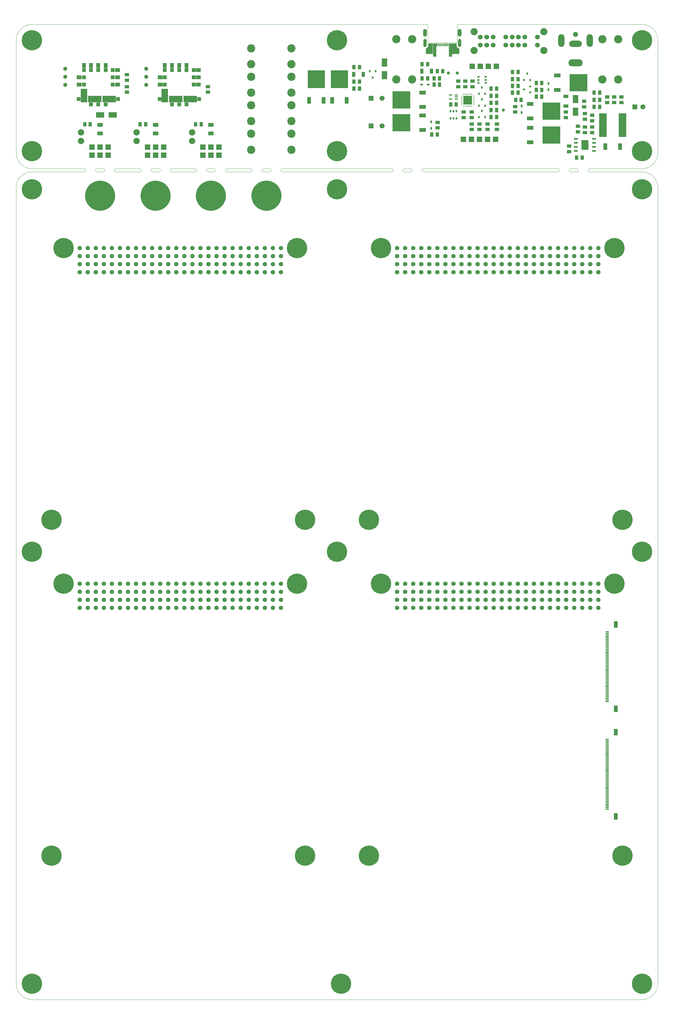
<source format=gbr>
G04 #@! TF.GenerationSoftware,KiCad,Pcbnew,(5.1.6)-1*
G04 #@! TF.CreationDate,2020-08-26T15:11:37+02:00*
G04 #@! TF.ProjectId,element_foxtrot,656c656d-656e-4745-9f66-6f7874726f74,v1.0*
G04 #@! TF.SameCoordinates,Original*
G04 #@! TF.FileFunction,Soldermask,Top*
G04 #@! TF.FilePolarity,Negative*
%FSLAX46Y46*%
G04 Gerber Fmt 4.6, Leading zero omitted, Abs format (unit mm)*
G04 Created by KiCad (PCBNEW (5.1.6)-1) date 2020-08-26 15:11:37*
%MOMM*%
%LPD*%
G01*
G04 APERTURE LIST*
%ADD10C,0.001000*%
G04 #@! TA.AperFunction,Profile*
%ADD11C,0.050000*%
G04 #@! TD*
%ADD12C,1.500000*%
%ADD13C,2.250000*%
%ADD14R,2.200000X3.100000*%
%ADD15R,1.270000X0.500000*%
%ADD16R,2.400000X7.500000*%
%ADD17R,1.400000X1.100000*%
%ADD18R,2.700000X2.700000*%
%ADD19R,0.250000X0.600000*%
%ADD20R,0.600000X0.250000*%
%ADD21R,2.150000X1.300000*%
%ADD22R,5.700000X5.500000*%
%ADD23R,1.300000X2.150000*%
%ADD24R,5.500000X5.700000*%
%ADD25C,1.300000*%
%ADD26R,1.050000X1.500000*%
%ADD27R,1.500000X1.050000*%
%ADD28R,0.700000X0.600000*%
%ADD29R,1.300000X2.000000*%
%ADD30R,1.000000X0.300000*%
%ADD31C,1.365000*%
%ADD32C,0.800000*%
%ADD33C,6.400000*%
%ADD34C,1.000000*%
%ADD35C,2.000000*%
%ADD36R,1.750000X1.750000*%
%ADD37R,1.100000X1.400000*%
%ADD38O,1.100000X2.550000*%
%ADD39O,1.200000X2.400000*%
%ADD40R,0.350000X0.900000*%
%ADD41R,1.200000X2.070000*%
%ADD42C,2.600000*%
%ADD43R,0.600000X0.900000*%
%ADD44R,0.860000X0.540000*%
%ADD45C,1.600000*%
%ADD46R,1.600000X1.600000*%
%ADD47R,2.500000X1.700000*%
%ADD48R,0.600000X0.700000*%
%ADD49O,4.500000X2.250000*%
%ADD50O,4.000000X2.000000*%
%ADD51O,2.000000X4.000000*%
%ADD52R,1.000000X0.350000*%
%ADD53R,1.700000X2.500000*%
%ADD54R,1.250000X1.270000*%
%ADD55R,1.270000X1.250000*%
%ADD56R,1.630000X1.270000*%
%ADD57R,1.270000X1.630000*%
%ADD58R,1.270000X1.270000*%
%ADD59R,2.030000X4.320000*%
%ADD60R,4.320000X2.030000*%
%ADD61C,9.520000*%
%ADD62R,1.750000X1.250000*%
G04 APERTURE END LIST*
D10*
G36*
X157470000Y-42610000D02*
G01*
X156530000Y-42610000D01*
X156530000Y-38470000D01*
X157470000Y-38470000D01*
X157470000Y-42610000D01*
G37*
X157470000Y-42610000D02*
X156530000Y-42610000D01*
X156530000Y-38470000D01*
X157470000Y-38470000D01*
X157470000Y-42610000D01*
G36*
X163970000Y-39540000D02*
G01*
X164740000Y-40180000D01*
X164740000Y-41750000D01*
X162570000Y-41750000D01*
X162570000Y-38470000D01*
X163970000Y-38470000D01*
X163970000Y-39540000D01*
G37*
X163970000Y-39540000D02*
X164740000Y-40180000D01*
X164740000Y-41750000D01*
X162570000Y-41750000D01*
X162570000Y-38470000D01*
X163970000Y-38470000D01*
X163970000Y-39540000D01*
G36*
X156430000Y-41750000D02*
G01*
X154260000Y-41750000D01*
X154260000Y-40180000D01*
X155030000Y-39540000D01*
X155030000Y-38470000D01*
X156430000Y-38470000D01*
X156430000Y-41750000D01*
G37*
X156430000Y-41750000D02*
X154260000Y-41750000D01*
X154260000Y-40180000D01*
X155030000Y-39540000D01*
X155030000Y-38470000D01*
X156430000Y-38470000D01*
X156430000Y-41750000D01*
D11*
X109000000Y-79000000D02*
X143500000Y-79000000D01*
X143500000Y-78000000D02*
X109000000Y-78000000D01*
X200000000Y-79000000D02*
X202000000Y-79000000D01*
X196000000Y-78000000D02*
X153500000Y-78000000D01*
X147500000Y-79000000D02*
G75*
G02*
X147500000Y-78000000I0J500000D01*
G01*
X153500000Y-79000000D02*
X196000000Y-79000000D01*
X200000000Y-79000000D02*
G75*
G02*
X200000000Y-78000000I0J500000D01*
G01*
X147500000Y-79000000D02*
X149500000Y-79000000D01*
X196000000Y-78000000D02*
G75*
G02*
X196000000Y-79000000I0J-500000D01*
G01*
X143500000Y-78000000D02*
G75*
G02*
X143500000Y-79000000I0J-500000D01*
G01*
X202000000Y-78000000D02*
G75*
G02*
X202000000Y-79000000I0J-500000D01*
G01*
X206000000Y-79000000D02*
G75*
G02*
X206000000Y-78000000I0J500000D01*
G01*
X153500000Y-79000000D02*
G75*
G02*
X153500000Y-78000000I0J500000D01*
G01*
X206000000Y-79000000D02*
X222500000Y-79000000D01*
X222500000Y-78000000D02*
X206000000Y-78000000D01*
X149500000Y-78000000D02*
G75*
G02*
X149500000Y-79000000I0J-500000D01*
G01*
X149500000Y-78000000D02*
X147500000Y-78000000D01*
X202000000Y-78000000D02*
X200000000Y-78000000D01*
X25000000Y-84000000D02*
G75*
G02*
X30000000Y-79000000I5000000J0D01*
G01*
X30000000Y-78000000D02*
G75*
G02*
X25000000Y-73000000I0J5000000D01*
G01*
X227500000Y-335000000D02*
G75*
G02*
X222500000Y-340000000I-5000000J0D01*
G01*
X30000000Y-340000000D02*
G75*
G02*
X25000000Y-335000000I0J5000000D01*
G01*
X99000000Y-78000000D02*
G75*
G02*
X99000000Y-79000000I0J-500000D01*
G01*
X99000000Y-78000000D02*
X91500000Y-78000000D01*
X91500000Y-79000000D02*
G75*
G02*
X91500000Y-78000000I0J500000D01*
G01*
X91500000Y-79000000D02*
X99000000Y-79000000D01*
X81500000Y-78000000D02*
X74000000Y-78000000D01*
X81500000Y-78000000D02*
G75*
G02*
X81500000Y-79000000I0J-500000D01*
G01*
X74000000Y-79000000D02*
G75*
G02*
X74000000Y-78000000I0J500000D01*
G01*
X74000000Y-79000000D02*
X81500000Y-79000000D01*
D10*
G36*
X162470000Y-42610000D02*
G01*
X161530000Y-42610000D01*
X161530000Y-38470000D01*
X162470000Y-38470000D01*
X162470000Y-42610000D01*
G37*
X162470000Y-42610000D02*
X161530000Y-42610000D01*
X161530000Y-38470000D01*
X162470000Y-38470000D01*
X162470000Y-42610000D01*
D11*
X50500000Y-79000000D02*
X52500000Y-79000000D01*
X70000000Y-78000000D02*
X68000000Y-78000000D01*
X56500000Y-79000000D02*
X64000000Y-79000000D01*
X68000000Y-79000000D02*
X70000000Y-79000000D01*
X46500000Y-78000000D02*
G75*
G02*
X46500000Y-79000000I0J-500000D01*
G01*
X70000000Y-78000000D02*
G75*
G02*
X70000000Y-79000000I0J-500000D01*
G01*
X52500000Y-78000000D02*
X50500000Y-78000000D01*
X85500000Y-79000000D02*
X87500000Y-79000000D01*
X50500000Y-79000000D02*
G75*
G02*
X50500000Y-78000000I0J500000D01*
G01*
X87500000Y-78000000D02*
X85500000Y-78000000D01*
X68000000Y-79000000D02*
G75*
G02*
X68000000Y-78000000I0J500000D01*
G01*
X46500000Y-78000000D02*
X30000000Y-78000000D01*
X64000000Y-78000000D02*
G75*
G02*
X64000000Y-79000000I0J-500000D01*
G01*
X56500000Y-79000000D02*
G75*
G02*
X56500000Y-78000000I0J500000D01*
G01*
X64000000Y-78000000D02*
X56500000Y-78000000D01*
X30000000Y-79000000D02*
X46500000Y-79000000D01*
X109000000Y-79000000D02*
G75*
G02*
X109000000Y-78000000I0J500000D01*
G01*
X103000000Y-79000000D02*
G75*
G02*
X103000000Y-78000000I0J500000D01*
G01*
X103000000Y-79000000D02*
X105000000Y-79000000D01*
X105000000Y-78000000D02*
X103000000Y-78000000D01*
X52500000Y-78000000D02*
G75*
G02*
X52500000Y-79000000I0J-500000D01*
G01*
X87500000Y-78000000D02*
G75*
G02*
X87500000Y-79000000I0J-500000D01*
G01*
X85500000Y-79000000D02*
G75*
G02*
X85500000Y-78000000I0J500000D01*
G01*
X105000000Y-78000000D02*
G75*
G02*
X105000000Y-79000000I0J-500000D01*
G01*
X25000000Y-73000000D02*
X25000000Y-37500000D01*
X25000000Y-37500000D02*
G75*
G02*
X30000000Y-32500000I5000000J0D01*
G01*
X227500000Y-84000000D02*
X227500000Y-335000000D01*
X222500000Y-79000000D02*
G75*
G02*
X227500000Y-84000000I0J-5000000D01*
G01*
X227500000Y-73000000D02*
G75*
G02*
X222500000Y-78000000I-5000000J0D01*
G01*
X222500000Y-32500000D02*
G75*
G02*
X227500000Y-37500000I0J-5000000D01*
G01*
X154830000Y-38220000D02*
X154830000Y-32500000D01*
X164180000Y-38220000D02*
X154830000Y-38220000D01*
X164180000Y-32500000D02*
X164180000Y-38220000D01*
X164180000Y-32500000D02*
X222500000Y-32500000D01*
X30000000Y-32500000D02*
X154830000Y-32500000D01*
X25000000Y-335000000D02*
X25000000Y-84000000D01*
X222500000Y-340000000D02*
X30000000Y-340000000D01*
X227500000Y-37500000D02*
X227500000Y-73000000D01*
D12*
G04 #@! TO.C,SW1*
X189500000Y-36500000D03*
X185500000Y-36500000D03*
X183500000Y-36500000D03*
X181500000Y-36500000D03*
X179500000Y-36500000D03*
X175500000Y-36500000D03*
X173500000Y-36500000D03*
X171500000Y-36500000D03*
X189500000Y-39000000D03*
X185500000Y-39000000D03*
X183500000Y-39000000D03*
X181500000Y-39000000D03*
X179500000Y-39000000D03*
X175500000Y-39000000D03*
X173500000Y-39000000D03*
X171500000Y-39000000D03*
D13*
X191500000Y-40750000D03*
X191500000Y-34750000D03*
X169500000Y-34750000D03*
X169500000Y-40750000D03*
G04 #@! TD*
D14*
G04 #@! TO.C,U7*
X204500000Y-70500000D03*
D15*
X201642000Y-68595000D03*
X201642000Y-69865000D03*
X201642000Y-71135000D03*
X201642000Y-72405000D03*
X207358000Y-68595000D03*
X207358000Y-69865000D03*
X207358000Y-71135000D03*
X207358000Y-72405000D03*
G04 #@! TD*
D16*
G04 #@! TO.C,L1*
X216350000Y-64250000D03*
X210150000Y-64250000D03*
G04 #@! TD*
D17*
G04 #@! TO.C,C11*
X59940000Y-52125000D03*
X59940000Y-53875000D03*
G04 #@! TD*
G04 #@! TO.C,C10*
X85500000Y-52125000D03*
X85500000Y-53875000D03*
G04 #@! TD*
D18*
G04 #@! TO.C,U2*
X167500000Y-56380000D03*
D19*
X168750000Y-54480000D03*
X168250000Y-54480000D03*
X167750000Y-54480000D03*
X167250000Y-54480000D03*
X166750000Y-54480000D03*
X166250000Y-54480000D03*
D20*
X169400000Y-57630000D03*
X169400000Y-57130000D03*
X169400000Y-56630000D03*
X169400000Y-56130000D03*
X169400000Y-55630000D03*
X169400000Y-55130000D03*
D19*
X168750000Y-58280000D03*
X168250000Y-58280000D03*
X167750000Y-58280000D03*
X167250000Y-58280000D03*
X166750000Y-58280000D03*
X166250000Y-58280000D03*
D20*
X165600000Y-57630000D03*
X165600000Y-57130000D03*
X165600000Y-56630000D03*
X165600000Y-56130000D03*
X165600000Y-55630000D03*
X165600000Y-55130000D03*
G04 #@! TD*
D21*
G04 #@! TO.C,Q6*
X187250000Y-69655000D03*
D22*
X193915000Y-67370000D03*
D21*
X187250000Y-65085000D03*
G04 #@! TD*
D23*
G04 #@! TO.C,Q8*
X122035000Y-56435000D03*
D24*
X119750000Y-49770000D03*
D23*
X117465000Y-56435000D03*
G04 #@! TD*
G04 #@! TO.C,Q9*
X129285000Y-56435000D03*
D24*
X127000000Y-49770000D03*
D23*
X124715000Y-56435000D03*
G04 #@! TD*
D21*
G04 #@! TO.C,Q4*
X153250000Y-61215000D03*
D22*
X146585000Y-63500000D03*
D21*
X153250000Y-65785000D03*
G04 #@! TD*
G04 #@! TO.C,Q3*
X187250000Y-62155000D03*
D22*
X193915000Y-59870000D03*
D21*
X187250000Y-57585000D03*
G04 #@! TD*
G04 #@! TO.C,Q2*
X153250000Y-53965000D03*
D22*
X146585000Y-56250000D03*
D21*
X153250000Y-58535000D03*
G04 #@! TD*
G04 #@! TO.C,Q1*
X195750000Y-53155000D03*
D22*
X202415000Y-50870000D03*
D21*
X195750000Y-48585000D03*
G04 #@! TD*
D25*
G04 #@! TO.C,RV2*
X40480000Y-51590000D03*
X40480000Y-49050000D03*
X40480000Y-46510000D03*
G04 #@! TD*
G04 #@! TO.C,RV1*
X66040000Y-51590000D03*
X66040000Y-49050000D03*
X66040000Y-46510000D03*
G04 #@! TD*
D26*
G04 #@! TO.C,LD3*
X131475000Y-48250000D03*
X134525000Y-48250000D03*
G04 #@! TD*
D27*
G04 #@! TO.C,LD2*
X198500000Y-55225000D03*
X198500000Y-58275000D03*
G04 #@! TD*
D26*
G04 #@! TO.C,LD1*
X152975000Y-47250000D03*
X156025000Y-47250000D03*
G04 #@! TD*
D28*
G04 #@! TO.C,U6*
X173150000Y-49050000D03*
X173150000Y-50000000D03*
X173150000Y-50950000D03*
X170850000Y-50950000D03*
X170850000Y-50000000D03*
X170850000Y-49050000D03*
G04 #@! TD*
D29*
G04 #@! TO.C,J8*
X214200000Y-255700000D03*
X214200000Y-282300000D03*
D30*
X211500000Y-258000000D03*
X211500000Y-258500000D03*
X211500000Y-259000000D03*
X211500000Y-259500000D03*
X211500000Y-260000000D03*
X211500000Y-260500000D03*
X211500000Y-261000000D03*
X211500000Y-261500000D03*
X211500000Y-262000000D03*
X211500000Y-262500000D03*
X211500000Y-263000000D03*
X211500000Y-263500000D03*
X211500000Y-264000000D03*
X211500000Y-264500000D03*
X211500000Y-265000000D03*
X211500000Y-265500000D03*
X211500000Y-266000000D03*
X211500000Y-266500000D03*
X211500000Y-267000000D03*
X211500000Y-267500000D03*
X211500000Y-268000000D03*
X211500000Y-268500000D03*
X211500000Y-269000000D03*
X211500000Y-269500000D03*
X211500000Y-270000000D03*
X211500000Y-270500000D03*
X211500000Y-271000000D03*
X211500000Y-271500000D03*
X211500000Y-272000000D03*
X211500000Y-272500000D03*
X211500000Y-273000000D03*
X211500000Y-273500000D03*
X211500000Y-274000000D03*
X211500000Y-274500000D03*
X211500000Y-275000000D03*
X211500000Y-275500000D03*
X211500000Y-276000000D03*
X211500000Y-276500000D03*
X211500000Y-277000000D03*
X211500000Y-277500000D03*
X211500000Y-278000000D03*
X211500000Y-278500000D03*
X211500000Y-279000000D03*
X211500000Y-279500000D03*
X211500000Y-280000000D03*
G04 #@! TD*
D29*
G04 #@! TO.C,J6*
X214200000Y-221700000D03*
X214200000Y-248300000D03*
D30*
X211500000Y-224000000D03*
X211500000Y-224500000D03*
X211500000Y-225000000D03*
X211500000Y-225500000D03*
X211500000Y-226000000D03*
X211500000Y-226500000D03*
X211500000Y-227000000D03*
X211500000Y-227500000D03*
X211500000Y-228000000D03*
X211500000Y-228500000D03*
X211500000Y-229000000D03*
X211500000Y-229500000D03*
X211500000Y-230000000D03*
X211500000Y-230500000D03*
X211500000Y-231000000D03*
X211500000Y-231500000D03*
X211500000Y-232000000D03*
X211500000Y-232500000D03*
X211500000Y-233000000D03*
X211500000Y-233500000D03*
X211500000Y-234000000D03*
X211500000Y-234500000D03*
X211500000Y-235000000D03*
X211500000Y-235500000D03*
X211500000Y-236000000D03*
X211500000Y-236500000D03*
X211500000Y-237000000D03*
X211500000Y-237500000D03*
X211500000Y-238000000D03*
X211500000Y-238500000D03*
X211500000Y-239000000D03*
X211500000Y-239500000D03*
X211500000Y-240000000D03*
X211500000Y-240500000D03*
X211500000Y-241000000D03*
X211500000Y-241500000D03*
X211500000Y-242000000D03*
X211500000Y-242500000D03*
X211500000Y-243000000D03*
X211500000Y-243500000D03*
X211500000Y-244000000D03*
X211500000Y-244500000D03*
X211500000Y-245000000D03*
X211500000Y-245500000D03*
X211500000Y-246000000D03*
G04 #@! TD*
D31*
G04 #@! TO.C,Module 3*
X185865000Y-216515000D03*
X193485000Y-213975000D03*
X150305000Y-213975000D03*
X152845000Y-216515000D03*
X157925000Y-216515000D03*
X196025000Y-213975000D03*
X160465000Y-216515000D03*
X198565000Y-213975000D03*
X160465000Y-213975000D03*
X163005000Y-213975000D03*
X168085000Y-216515000D03*
X175705000Y-216515000D03*
X190945000Y-213975000D03*
X165545000Y-213975000D03*
X165545000Y-216515000D03*
X203645000Y-216515000D03*
X188405000Y-216515000D03*
X206185000Y-216515000D03*
X173165000Y-216515000D03*
X175705000Y-213975000D03*
X183325000Y-213975000D03*
X152845000Y-213975000D03*
X203645000Y-213975000D03*
X145225000Y-213975000D03*
X201105000Y-213975000D03*
X147765000Y-213975000D03*
X180785000Y-213975000D03*
X196025000Y-216515000D03*
X180785000Y-216515000D03*
X185865000Y-213975000D03*
X163005000Y-216515000D03*
X157925000Y-213975000D03*
X178245000Y-216515000D03*
X170625000Y-216515000D03*
X155385000Y-216515000D03*
X170625000Y-213975000D03*
X193485000Y-216515000D03*
X150305000Y-216515000D03*
X206185000Y-213975000D03*
X208725000Y-216515000D03*
X188405000Y-213975000D03*
X201105000Y-216515000D03*
X190945000Y-216515000D03*
X145225000Y-216515000D03*
X155385000Y-213975000D03*
X178245000Y-213975000D03*
X183325000Y-216515000D03*
X173165000Y-213975000D03*
X208725000Y-213975000D03*
X198565000Y-216515000D03*
X147765000Y-216515000D03*
X168085000Y-213975000D03*
X185865000Y-211435000D03*
X193485000Y-208895000D03*
X150305000Y-208895000D03*
X152845000Y-211435000D03*
X157925000Y-211435000D03*
X196025000Y-208895000D03*
X160465000Y-211435000D03*
X198565000Y-208895000D03*
X160465000Y-208895000D03*
X163005000Y-208895000D03*
X168085000Y-211435000D03*
X175705000Y-211435000D03*
X190945000Y-208895000D03*
X165545000Y-208895000D03*
X165545000Y-211435000D03*
X203645000Y-211435000D03*
X188405000Y-211435000D03*
X206185000Y-211435000D03*
X173165000Y-211435000D03*
X175705000Y-208895000D03*
X183325000Y-208895000D03*
X152845000Y-208895000D03*
X203645000Y-208895000D03*
X145225000Y-208895000D03*
X201105000Y-208895000D03*
X147765000Y-208895000D03*
X180785000Y-208895000D03*
X196025000Y-211435000D03*
X180785000Y-211435000D03*
X185865000Y-208895000D03*
X163005000Y-211435000D03*
X157925000Y-208895000D03*
X178245000Y-211435000D03*
X170625000Y-211435000D03*
X155385000Y-211435000D03*
X170625000Y-208895000D03*
X193485000Y-211435000D03*
X150305000Y-211435000D03*
X206185000Y-208895000D03*
X208725000Y-211435000D03*
X188405000Y-208895000D03*
X201105000Y-211435000D03*
X190945000Y-211435000D03*
X145225000Y-211435000D03*
X155385000Y-208895000D03*
X178245000Y-208895000D03*
X183325000Y-211435000D03*
X173165000Y-208895000D03*
X208725000Y-208895000D03*
X198565000Y-211435000D03*
X147765000Y-211435000D03*
X168085000Y-208895000D03*
D32*
X216345000Y-292220000D03*
X218042056Y-292922944D03*
X216345000Y-297020000D03*
X214647944Y-296317056D03*
X213945000Y-294620000D03*
X218745000Y-294620000D03*
X218042056Y-296317056D03*
X136335000Y-292220000D03*
X214647944Y-292922944D03*
D33*
X216345000Y-294620000D03*
D32*
X138032056Y-292922944D03*
X138032056Y-296317056D03*
X136335000Y-297020000D03*
X134637944Y-292922944D03*
X133935000Y-294620000D03*
X134637944Y-296317056D03*
D33*
X136335000Y-294620000D03*
D32*
X138735000Y-294620000D03*
X216205000Y-208895000D03*
X215502056Y-210592056D03*
X213805000Y-206495000D03*
X212107944Y-210592056D03*
X211405000Y-208895000D03*
X215502056Y-207197944D03*
X213805000Y-211295000D03*
X212107944Y-207197944D03*
D33*
X213805000Y-208895000D03*
D32*
X141842056Y-207197944D03*
X138447944Y-207197944D03*
X137745000Y-208895000D03*
X138447944Y-210592056D03*
D33*
X140145000Y-208895000D03*
D32*
X140145000Y-211295000D03*
X140145000Y-206495000D03*
X141842056Y-210592056D03*
X142545000Y-208895000D03*
G04 #@! TD*
D31*
G04 #@! TO.C,Module 1*
X85695000Y-110635000D03*
X93315000Y-108095000D03*
X50135000Y-108095000D03*
X52675000Y-110635000D03*
X57755000Y-110635000D03*
X95855000Y-108095000D03*
X60295000Y-110635000D03*
X98395000Y-108095000D03*
X60295000Y-108095000D03*
X62835000Y-108095000D03*
X67915000Y-110635000D03*
X75535000Y-110635000D03*
X90775000Y-108095000D03*
X65375000Y-108095000D03*
X65375000Y-110635000D03*
X103475000Y-110635000D03*
X88235000Y-110635000D03*
X106015000Y-110635000D03*
X72995000Y-110635000D03*
X75535000Y-108095000D03*
X83155000Y-108095000D03*
X52675000Y-108095000D03*
X103475000Y-108095000D03*
X45055000Y-108095000D03*
X100935000Y-108095000D03*
X47595000Y-108095000D03*
X80615000Y-108095000D03*
X95855000Y-110635000D03*
X80615000Y-110635000D03*
X85695000Y-108095000D03*
X62835000Y-110635000D03*
X57755000Y-108095000D03*
X78075000Y-110635000D03*
X70455000Y-110635000D03*
X55215000Y-110635000D03*
X70455000Y-108095000D03*
X93315000Y-110635000D03*
X50135000Y-110635000D03*
X106015000Y-108095000D03*
X108555000Y-110635000D03*
X88235000Y-108095000D03*
X100935000Y-110635000D03*
X90775000Y-110635000D03*
X45055000Y-110635000D03*
X55215000Y-108095000D03*
X78075000Y-108095000D03*
X83155000Y-110635000D03*
X72995000Y-108095000D03*
X108555000Y-108095000D03*
X98395000Y-110635000D03*
X47595000Y-110635000D03*
X67915000Y-108095000D03*
X85695000Y-105555000D03*
X93315000Y-103015000D03*
X50135000Y-103015000D03*
X52675000Y-105555000D03*
X57755000Y-105555000D03*
X95855000Y-103015000D03*
X60295000Y-105555000D03*
X98395000Y-103015000D03*
X60295000Y-103015000D03*
X62835000Y-103015000D03*
X67915000Y-105555000D03*
X75535000Y-105555000D03*
X90775000Y-103015000D03*
X65375000Y-103015000D03*
X65375000Y-105555000D03*
X103475000Y-105555000D03*
X88235000Y-105555000D03*
X106015000Y-105555000D03*
X72995000Y-105555000D03*
X75535000Y-103015000D03*
X83155000Y-103015000D03*
X52675000Y-103015000D03*
X103475000Y-103015000D03*
X45055000Y-103015000D03*
X100935000Y-103015000D03*
X47595000Y-103015000D03*
X80615000Y-103015000D03*
X95855000Y-105555000D03*
X80615000Y-105555000D03*
X85695000Y-103015000D03*
X62835000Y-105555000D03*
X57755000Y-103015000D03*
X78075000Y-105555000D03*
X70455000Y-105555000D03*
X55215000Y-105555000D03*
X70455000Y-103015000D03*
X93315000Y-105555000D03*
X50135000Y-105555000D03*
X106015000Y-103015000D03*
X108555000Y-105555000D03*
X88235000Y-103015000D03*
X100935000Y-105555000D03*
X90775000Y-105555000D03*
X45055000Y-105555000D03*
X55215000Y-103015000D03*
X78075000Y-103015000D03*
X83155000Y-105555000D03*
X72995000Y-103015000D03*
X108555000Y-103015000D03*
X98395000Y-105555000D03*
X47595000Y-105555000D03*
X67915000Y-103015000D03*
D32*
X116175000Y-186340000D03*
X117872056Y-187042944D03*
X116175000Y-191140000D03*
X114477944Y-190437056D03*
X113775000Y-188740000D03*
X118575000Y-188740000D03*
X117872056Y-190437056D03*
X36165000Y-186340000D03*
X114477944Y-187042944D03*
D33*
X116175000Y-188740000D03*
D32*
X37862056Y-187042944D03*
X37862056Y-190437056D03*
X36165000Y-191140000D03*
X34467944Y-187042944D03*
X33765000Y-188740000D03*
X34467944Y-190437056D03*
D33*
X36165000Y-188740000D03*
D32*
X38565000Y-188740000D03*
X116035000Y-103015000D03*
X115332056Y-104712056D03*
X113635000Y-100615000D03*
X111937944Y-104712056D03*
X111235000Y-103015000D03*
X115332056Y-101317944D03*
X113635000Y-105415000D03*
X111937944Y-101317944D03*
D33*
X113635000Y-103015000D03*
D32*
X41672056Y-101317944D03*
X38277944Y-101317944D03*
X37575000Y-103015000D03*
X38277944Y-104712056D03*
D33*
X39975000Y-103015000D03*
D32*
X39975000Y-105415000D03*
X39975000Y-100615000D03*
X41672056Y-104712056D03*
X42375000Y-103015000D03*
G04 #@! TD*
D33*
G04 #@! TO.C,H15*
X222500000Y-335000000D03*
D32*
X224900000Y-335000000D03*
X224197056Y-336697056D03*
X222500000Y-337400000D03*
X220802944Y-336697056D03*
X220100000Y-335000000D03*
X220802944Y-333302944D03*
X222500000Y-332600000D03*
X224197056Y-333302944D03*
G04 #@! TD*
D33*
G04 #@! TO.C,H14*
X127500000Y-335000000D03*
D32*
X129900000Y-335000000D03*
X129197056Y-336697056D03*
X127500000Y-337400000D03*
X125802944Y-336697056D03*
X125100000Y-335000000D03*
X125802944Y-333302944D03*
X127500000Y-332600000D03*
X129197056Y-333302944D03*
G04 #@! TD*
D33*
G04 #@! TO.C,H13*
X30000000Y-335000000D03*
D32*
X32400000Y-335000000D03*
X31697056Y-336697056D03*
X30000000Y-337400000D03*
X28302944Y-336697056D03*
X27600000Y-335000000D03*
X28302944Y-333302944D03*
X30000000Y-332600000D03*
X31697056Y-333302944D03*
G04 #@! TD*
D31*
G04 #@! TO.C,Module 4*
X185865000Y-110635000D03*
X193485000Y-108095000D03*
X150305000Y-108095000D03*
X152845000Y-110635000D03*
X157925000Y-110635000D03*
X196025000Y-108095000D03*
X160465000Y-110635000D03*
X198565000Y-108095000D03*
X160465000Y-108095000D03*
X163005000Y-108095000D03*
X168085000Y-110635000D03*
X175705000Y-110635000D03*
X190945000Y-108095000D03*
X165545000Y-108095000D03*
X165545000Y-110635000D03*
X203645000Y-110635000D03*
X188405000Y-110635000D03*
X206185000Y-110635000D03*
X173165000Y-110635000D03*
X175705000Y-108095000D03*
X183325000Y-108095000D03*
X152845000Y-108095000D03*
X203645000Y-108095000D03*
X145225000Y-108095000D03*
X201105000Y-108095000D03*
X147765000Y-108095000D03*
X180785000Y-108095000D03*
X196025000Y-110635000D03*
X180785000Y-110635000D03*
X185865000Y-108095000D03*
X163005000Y-110635000D03*
X157925000Y-108095000D03*
X178245000Y-110635000D03*
X170625000Y-110635000D03*
X155385000Y-110635000D03*
X170625000Y-108095000D03*
X193485000Y-110635000D03*
X150305000Y-110635000D03*
X206185000Y-108095000D03*
X208725000Y-110635000D03*
X188405000Y-108095000D03*
X201105000Y-110635000D03*
X190945000Y-110635000D03*
X145225000Y-110635000D03*
X155385000Y-108095000D03*
X178245000Y-108095000D03*
X183325000Y-110635000D03*
X173165000Y-108095000D03*
X208725000Y-108095000D03*
X198565000Y-110635000D03*
X147765000Y-110635000D03*
X168085000Y-108095000D03*
X185865000Y-105555000D03*
X193485000Y-103015000D03*
X150305000Y-103015000D03*
X152845000Y-105555000D03*
X157925000Y-105555000D03*
X196025000Y-103015000D03*
X160465000Y-105555000D03*
X198565000Y-103015000D03*
X160465000Y-103015000D03*
X163005000Y-103015000D03*
X168085000Y-105555000D03*
X175705000Y-105555000D03*
X190945000Y-103015000D03*
X165545000Y-103015000D03*
X165545000Y-105555000D03*
X203645000Y-105555000D03*
X188405000Y-105555000D03*
X206185000Y-105555000D03*
X173165000Y-105555000D03*
X175705000Y-103015000D03*
X183325000Y-103015000D03*
X152845000Y-103015000D03*
X203645000Y-103015000D03*
X145225000Y-103015000D03*
X201105000Y-103015000D03*
X147765000Y-103015000D03*
X180785000Y-103015000D03*
X196025000Y-105555000D03*
X180785000Y-105555000D03*
X185865000Y-103015000D03*
X163005000Y-105555000D03*
X157925000Y-103015000D03*
X178245000Y-105555000D03*
X170625000Y-105555000D03*
X155385000Y-105555000D03*
X170625000Y-103015000D03*
X193485000Y-105555000D03*
X150305000Y-105555000D03*
X206185000Y-103015000D03*
X208725000Y-105555000D03*
X188405000Y-103015000D03*
X201105000Y-105555000D03*
X190945000Y-105555000D03*
X145225000Y-105555000D03*
X155385000Y-103015000D03*
X178245000Y-103015000D03*
X183325000Y-105555000D03*
X173165000Y-103015000D03*
X208725000Y-103015000D03*
X198565000Y-105555000D03*
X147765000Y-105555000D03*
X168085000Y-103015000D03*
D32*
X216345000Y-186340000D03*
X218042056Y-187042944D03*
X216345000Y-191140000D03*
X214647944Y-190437056D03*
X213945000Y-188740000D03*
X218745000Y-188740000D03*
X218042056Y-190437056D03*
X136335000Y-186340000D03*
X214647944Y-187042944D03*
D33*
X216345000Y-188740000D03*
D32*
X138032056Y-187042944D03*
X138032056Y-190437056D03*
X136335000Y-191140000D03*
X134637944Y-187042944D03*
X133935000Y-188740000D03*
X134637944Y-190437056D03*
D33*
X136335000Y-188740000D03*
D32*
X138735000Y-188740000D03*
X216205000Y-103015000D03*
X215502056Y-104712056D03*
X213805000Y-100615000D03*
X212107944Y-104712056D03*
X211405000Y-103015000D03*
X215502056Y-101317944D03*
X213805000Y-105415000D03*
X212107944Y-101317944D03*
D33*
X213805000Y-103015000D03*
D32*
X141842056Y-101317944D03*
X138447944Y-101317944D03*
X137745000Y-103015000D03*
X138447944Y-104712056D03*
D33*
X140145000Y-103015000D03*
D32*
X140145000Y-105415000D03*
X140145000Y-100615000D03*
X141842056Y-104712056D03*
X142545000Y-103015000D03*
G04 #@! TD*
D31*
G04 #@! TO.C,Module 2*
X85695000Y-216515000D03*
X93315000Y-213975000D03*
X50135000Y-213975000D03*
X52675000Y-216515000D03*
X57755000Y-216515000D03*
X95855000Y-213975000D03*
X60295000Y-216515000D03*
X98395000Y-213975000D03*
X60295000Y-213975000D03*
X62835000Y-213975000D03*
X67915000Y-216515000D03*
X75535000Y-216515000D03*
X90775000Y-213975000D03*
X65375000Y-213975000D03*
X65375000Y-216515000D03*
X103475000Y-216515000D03*
X88235000Y-216515000D03*
X106015000Y-216515000D03*
X72995000Y-216515000D03*
X75535000Y-213975000D03*
X83155000Y-213975000D03*
X52675000Y-213975000D03*
X103475000Y-213975000D03*
X45055000Y-213975000D03*
X100935000Y-213975000D03*
X47595000Y-213975000D03*
X80615000Y-213975000D03*
X95855000Y-216515000D03*
X80615000Y-216515000D03*
X85695000Y-213975000D03*
X62835000Y-216515000D03*
X57755000Y-213975000D03*
X78075000Y-216515000D03*
X70455000Y-216515000D03*
X55215000Y-216515000D03*
X70455000Y-213975000D03*
X93315000Y-216515000D03*
X50135000Y-216515000D03*
X106015000Y-213975000D03*
X108555000Y-216515000D03*
X88235000Y-213975000D03*
X100935000Y-216515000D03*
X90775000Y-216515000D03*
X45055000Y-216515000D03*
X55215000Y-213975000D03*
X78075000Y-213975000D03*
X83155000Y-216515000D03*
X72995000Y-213975000D03*
X108555000Y-213975000D03*
X98395000Y-216515000D03*
X47595000Y-216515000D03*
X67915000Y-213975000D03*
X85695000Y-211435000D03*
X93315000Y-208895000D03*
X50135000Y-208895000D03*
X52675000Y-211435000D03*
X57755000Y-211435000D03*
X95855000Y-208895000D03*
X60295000Y-211435000D03*
X98395000Y-208895000D03*
X60295000Y-208895000D03*
X62835000Y-208895000D03*
X67915000Y-211435000D03*
X75535000Y-211435000D03*
X90775000Y-208895000D03*
X65375000Y-208895000D03*
X65375000Y-211435000D03*
X103475000Y-211435000D03*
X88235000Y-211435000D03*
X106015000Y-211435000D03*
X72995000Y-211435000D03*
X75535000Y-208895000D03*
X83155000Y-208895000D03*
X52675000Y-208895000D03*
X103475000Y-208895000D03*
X45055000Y-208895000D03*
X100935000Y-208895000D03*
X47595000Y-208895000D03*
X80615000Y-208895000D03*
X95855000Y-211435000D03*
X80615000Y-211435000D03*
X85695000Y-208895000D03*
X62835000Y-211435000D03*
X57755000Y-208895000D03*
X78075000Y-211435000D03*
X70455000Y-211435000D03*
X55215000Y-211435000D03*
X70455000Y-208895000D03*
X93315000Y-211435000D03*
X50135000Y-211435000D03*
X106015000Y-208895000D03*
X108555000Y-211435000D03*
X88235000Y-208895000D03*
X100935000Y-211435000D03*
X90775000Y-211435000D03*
X45055000Y-211435000D03*
X55215000Y-208895000D03*
X78075000Y-208895000D03*
X83155000Y-211435000D03*
X72995000Y-208895000D03*
X108555000Y-208895000D03*
X98395000Y-211435000D03*
X47595000Y-211435000D03*
X67915000Y-208895000D03*
D32*
X116175000Y-292220000D03*
X117872056Y-292922944D03*
X116175000Y-297020000D03*
X114477944Y-296317056D03*
X113775000Y-294620000D03*
X118575000Y-294620000D03*
X117872056Y-296317056D03*
X36165000Y-292220000D03*
X114477944Y-292922944D03*
D33*
X116175000Y-294620000D03*
D32*
X37862056Y-292922944D03*
X37862056Y-296317056D03*
X36165000Y-297020000D03*
X34467944Y-292922944D03*
X33765000Y-294620000D03*
X34467944Y-296317056D03*
D33*
X36165000Y-294620000D03*
D32*
X38565000Y-294620000D03*
X116035000Y-208895000D03*
X115332056Y-210592056D03*
X113635000Y-206495000D03*
X111937944Y-210592056D03*
X111235000Y-208895000D03*
X115332056Y-207197944D03*
X113635000Y-211295000D03*
X111937944Y-207197944D03*
D33*
X113635000Y-208895000D03*
D32*
X41672056Y-207197944D03*
X38277944Y-207197944D03*
X37575000Y-208895000D03*
X38277944Y-210592056D03*
D33*
X39975000Y-208895000D03*
D32*
X39975000Y-211295000D03*
X39975000Y-206495000D03*
X41672056Y-210592056D03*
X42375000Y-208895000D03*
G04 #@! TD*
D34*
G04 #@! TO.C,TP2*
X161400000Y-47850000D03*
G04 #@! TD*
G04 #@! TO.C,TP1*
X164200000Y-47850000D03*
G04 #@! TD*
G04 #@! TO.C,TP13*
X178740000Y-59500000D03*
G04 #@! TD*
D35*
G04 #@! TO.C,TP8*
X45500000Y-69250000D03*
G04 #@! TD*
G04 #@! TO.C,TP7*
X63000000Y-69250000D03*
G04 #@! TD*
G04 #@! TO.C,TP6*
X80500000Y-69250000D03*
G04 #@! TD*
G04 #@! TO.C,TP5*
X45500000Y-66500000D03*
G04 #@! TD*
G04 #@! TO.C,TP4*
X63000000Y-66500000D03*
G04 #@! TD*
G04 #@! TO.C,TP3*
X80500000Y-66500000D03*
G04 #@! TD*
D36*
G04 #@! TO.C,J4*
X48960000Y-73770000D03*
X48960000Y-71230000D03*
X51500000Y-73770000D03*
X54040000Y-73770000D03*
X51500000Y-71230000D03*
X54040000Y-71230000D03*
G04 #@! TD*
G04 #@! TO.C,J3*
X66460000Y-73770000D03*
X66460000Y-71230000D03*
X69000000Y-73770000D03*
X71540000Y-73770000D03*
X69000000Y-71230000D03*
X71540000Y-71230000D03*
G04 #@! TD*
G04 #@! TO.C,J2*
X83960000Y-73770000D03*
X83960000Y-71230000D03*
X86500000Y-73770000D03*
X89040000Y-73770000D03*
X86500000Y-71230000D03*
X89040000Y-71230000D03*
G04 #@! TD*
D37*
G04 #@! TO.C,R15*
X133375000Y-50500000D03*
X131625000Y-50500000D03*
G04 #@! TD*
D38*
G04 #@! TO.C,P1*
X154050000Y-38350000D03*
X164950000Y-38350000D03*
D39*
X154050000Y-35120000D03*
X164950000Y-35120000D03*
D40*
X163750000Y-38970000D03*
X163250000Y-38970000D03*
X162750000Y-38970000D03*
X162250000Y-38970000D03*
X161750000Y-38970000D03*
X161250000Y-38970000D03*
X160750000Y-38970000D03*
X160250000Y-38970000D03*
X159750000Y-38970000D03*
X159250000Y-38970000D03*
X158750000Y-38970000D03*
X158250000Y-38970000D03*
X157750000Y-38970000D03*
X157250000Y-38970000D03*
X156750000Y-38970000D03*
X156250000Y-38970000D03*
X155750000Y-38970000D03*
X155250000Y-38970000D03*
G04 #@! TD*
D33*
G04 #@! TO.C,H12*
X30000000Y-198750000D03*
D32*
X30000000Y-201150000D03*
X28302944Y-200447056D03*
X27600000Y-198750000D03*
X28302944Y-197052944D03*
X30000000Y-196350000D03*
X31697056Y-197052944D03*
X32400000Y-198750000D03*
X31697056Y-200447056D03*
G04 #@! TD*
D33*
G04 #@! TO.C,H11*
X126250000Y-198750000D03*
D32*
X126250000Y-201150000D03*
X124552944Y-200447056D03*
X123850000Y-198750000D03*
X124552944Y-197052944D03*
X126250000Y-196350000D03*
X127947056Y-197052944D03*
X128650000Y-198750000D03*
X127947056Y-200447056D03*
G04 #@! TD*
D33*
G04 #@! TO.C,H10*
X222500000Y-198750000D03*
D32*
X222500000Y-201150000D03*
X220802944Y-200447056D03*
X220100000Y-198750000D03*
X220802944Y-197052944D03*
X222500000Y-196350000D03*
X224197056Y-197052944D03*
X224900000Y-198750000D03*
X224197056Y-200447056D03*
G04 #@! TD*
D33*
G04 #@! TO.C,H9*
X30000000Y-84500000D03*
D32*
X30000000Y-86900000D03*
X28302944Y-86197056D03*
X27600000Y-84500000D03*
X28302944Y-82802944D03*
X30000000Y-82100000D03*
X31697056Y-82802944D03*
X32400000Y-84500000D03*
X31697056Y-86197056D03*
G04 #@! TD*
D33*
G04 #@! TO.C,H8*
X126250000Y-84500000D03*
D32*
X126250000Y-86900000D03*
X124552944Y-86197056D03*
X123850000Y-84500000D03*
X124552944Y-82802944D03*
X126250000Y-82100000D03*
X127947056Y-82802944D03*
X128650000Y-84500000D03*
X127947056Y-86197056D03*
G04 #@! TD*
D33*
G04 #@! TO.C,H7*
X222500000Y-84500000D03*
D32*
X222500000Y-86900000D03*
X220802944Y-86197056D03*
X220100000Y-84500000D03*
X220802944Y-82802944D03*
X222500000Y-82100000D03*
X224197056Y-82802944D03*
X224900000Y-84500000D03*
X224197056Y-86197056D03*
G04 #@! TD*
D17*
G04 #@! TO.C,R14*
X166250000Y-61875000D03*
X166250000Y-60125000D03*
G04 #@! TD*
D37*
G04 #@! TO.C,R3*
X163875000Y-57750000D03*
X162125000Y-57750000D03*
G04 #@! TD*
D17*
G04 #@! TO.C,C7*
X166750000Y-52125000D03*
X166750000Y-50375000D03*
G04 #@! TD*
G04 #@! TO.C,C6*
X169000000Y-52125000D03*
X169000000Y-50375000D03*
G04 #@! TD*
G04 #@! TO.C,C5*
X164500000Y-52125000D03*
X164500000Y-50375000D03*
G04 #@! TD*
D33*
G04 #@! TO.C,H6*
X30000000Y-72500000D03*
D32*
X32400000Y-72500000D03*
X31697056Y-74197056D03*
X30000000Y-74900000D03*
X28302944Y-74197056D03*
X27600000Y-72500000D03*
X28302944Y-70802944D03*
X30000000Y-70100000D03*
X31697056Y-70802944D03*
G04 #@! TD*
D33*
G04 #@! TO.C,H5*
X30000000Y-37500000D03*
D32*
X32400000Y-37500000D03*
X31697056Y-39197056D03*
X30000000Y-39900000D03*
X28302944Y-39197056D03*
X27600000Y-37500000D03*
X28302944Y-35802944D03*
X30000000Y-35100000D03*
X31697056Y-35802944D03*
G04 #@! TD*
D33*
G04 #@! TO.C,H4*
X126250000Y-72500000D03*
D32*
X128650000Y-72500000D03*
X127947056Y-74197056D03*
X126250000Y-74900000D03*
X124552944Y-74197056D03*
X123850000Y-72500000D03*
X124552944Y-70802944D03*
X126250000Y-70100000D03*
X127947056Y-70802944D03*
G04 #@! TD*
D33*
G04 #@! TO.C,H3*
X126250000Y-37500000D03*
D32*
X128650000Y-37500000D03*
X127947056Y-39197056D03*
X126250000Y-39900000D03*
X124552944Y-39197056D03*
X123850000Y-37500000D03*
X124552944Y-35802944D03*
X126250000Y-35100000D03*
X127947056Y-35802944D03*
G04 #@! TD*
D33*
G04 #@! TO.C,H2*
X222500000Y-72500000D03*
D32*
X224900000Y-72500000D03*
X224197056Y-74197056D03*
X222500000Y-74900000D03*
X220802944Y-74197056D03*
X220100000Y-72500000D03*
X220802944Y-70802944D03*
X222500000Y-70100000D03*
X224197056Y-70802944D03*
G04 #@! TD*
D33*
G04 #@! TO.C,H1*
X222500000Y-37500000D03*
D32*
X224900000Y-37500000D03*
X224197056Y-39197056D03*
X222500000Y-39900000D03*
X220802944Y-39197056D03*
X220100000Y-37500000D03*
X220802944Y-35802944D03*
X222500000Y-35100000D03*
X224197056Y-35802944D03*
G04 #@! TD*
D17*
G04 #@! TO.C,R34*
X211500000Y-55375000D03*
X211500000Y-57125000D03*
G04 #@! TD*
D37*
G04 #@! TO.C,D17*
X209125000Y-54000000D03*
X207375000Y-54000000D03*
G04 #@! TD*
D28*
G04 #@! TO.C,U1*
X185250000Y-53000000D03*
X187250000Y-52050000D03*
X187250000Y-53950000D03*
G04 #@! TD*
D37*
G04 #@! TO.C,D15*
X176625000Y-59500000D03*
X174875000Y-59500000D03*
G04 #@! TD*
G04 #@! TO.C,D14*
X176625000Y-57250000D03*
X174875000Y-57250000D03*
G04 #@! TD*
G04 #@! TO.C,D12*
X133375000Y-46000000D03*
X131625000Y-46000000D03*
G04 #@! TD*
D17*
G04 #@! TO.C,D7*
X198500000Y-60125000D03*
X198500000Y-61875000D03*
G04 #@! TD*
D37*
G04 #@! TO.C,D6*
X157875000Y-47250000D03*
X159625000Y-47250000D03*
G04 #@! TD*
D17*
G04 #@! TO.C,R26*
X173750000Y-65625000D03*
X173750000Y-63875000D03*
G04 #@! TD*
G04 #@! TO.C,R25*
X171250000Y-65625000D03*
X171250000Y-63875000D03*
G04 #@! TD*
G04 #@! TO.C,R24*
X168750000Y-65625000D03*
X168750000Y-63875000D03*
G04 #@! TD*
G04 #@! TO.C,R17*
X59940000Y-48375000D03*
X59940000Y-50125000D03*
G04 #@! TD*
D37*
G04 #@! TO.C,R30*
X176625000Y-52750000D03*
X174875000Y-52750000D03*
G04 #@! TD*
D17*
G04 #@! TO.C,R29*
X168750000Y-60125000D03*
X168750000Y-61875000D03*
G04 #@! TD*
D37*
G04 #@! TO.C,R28*
X176625000Y-61750000D03*
X174875000Y-61750000D03*
G04 #@! TD*
G04 #@! TO.C,R16*
X133375000Y-52750000D03*
X131625000Y-52750000D03*
G04 #@! TD*
G04 #@! TO.C,R27*
X176625000Y-55000000D03*
X174875000Y-55000000D03*
G04 #@! TD*
G04 #@! TO.C,R13*
X182625000Y-56250000D03*
X184375000Y-56250000D03*
G04 #@! TD*
D17*
G04 #@! TO.C,R12*
X182500000Y-58375000D03*
X182500000Y-60125000D03*
G04 #@! TD*
D37*
G04 #@! TO.C,R11*
X157875000Y-67250000D03*
X156125000Y-67250000D03*
G04 #@! TD*
G04 #@! TO.C,R10*
X181625000Y-47500000D03*
X183375000Y-47500000D03*
G04 #@! TD*
G04 #@! TO.C,R9*
X181625000Y-49750000D03*
X183375000Y-49750000D03*
G04 #@! TD*
G04 #@! TO.C,R8*
X189125000Y-53120000D03*
X190875000Y-53120000D03*
G04 #@! TD*
D17*
G04 #@! TO.C,R7*
X158000000Y-65125000D03*
X158000000Y-63375000D03*
G04 #@! TD*
G04 #@! TO.C,R35*
X202250000Y-66375000D03*
X202250000Y-64625000D03*
G04 #@! TD*
D37*
G04 #@! TO.C,R33*
X209125000Y-58500000D03*
X207375000Y-58500000D03*
G04 #@! TD*
G04 #@! TO.C,R6*
X181625000Y-51870000D03*
X183375000Y-51870000D03*
G04 #@! TD*
G04 #@! TO.C,R5*
X189125000Y-55250000D03*
X190875000Y-55250000D03*
G04 #@! TD*
D17*
G04 #@! TO.C,R32*
X204500000Y-60625000D03*
X204500000Y-62375000D03*
G04 #@! TD*
D37*
G04 #@! TO.C,R4*
X189125000Y-51000000D03*
X190875000Y-51000000D03*
G04 #@! TD*
D17*
G04 #@! TO.C,R31*
X206750000Y-62875000D03*
X206750000Y-61125000D03*
G04 #@! TD*
D37*
G04 #@! TO.C,R2*
X154875000Y-49500000D03*
X153125000Y-49500000D03*
G04 #@! TD*
G04 #@! TO.C,R1*
X158625000Y-51500000D03*
X156875000Y-51500000D03*
G04 #@! TD*
D17*
G04 #@! TO.C,C15*
X176750000Y-63875000D03*
X176750000Y-65625000D03*
G04 #@! TD*
D37*
G04 #@! TO.C,C4*
X181625000Y-54000000D03*
X183375000Y-54000000D03*
G04 #@! TD*
G04 #@! TO.C,C22*
X207375000Y-56250000D03*
X209125000Y-56250000D03*
G04 #@! TD*
G04 #@! TO.C,C2*
X156875000Y-49500000D03*
X158625000Y-49500000D03*
G04 #@! TD*
D17*
G04 #@! TO.C,C19*
X204500000Y-64875000D03*
X204500000Y-66625000D03*
G04 #@! TD*
G04 #@! TO.C,C18*
X206750000Y-64875000D03*
X206750000Y-66625000D03*
G04 #@! TD*
G04 #@! TO.C,C1*
X204250000Y-56725000D03*
X204250000Y-58475000D03*
G04 #@! TD*
D37*
G04 #@! TO.C,C17*
X203625000Y-74500000D03*
X201875000Y-74500000D03*
G04 #@! TD*
D17*
G04 #@! TO.C,F7*
X213750000Y-57125000D03*
X213750000Y-55375000D03*
G04 #@! TD*
D41*
G04 #@! TO.C,D16*
X215570000Y-71000000D03*
X210930000Y-71000000D03*
G04 #@! TD*
D42*
G04 #@! TO.C,F5*
X111850000Y-54000000D03*
X111850000Y-49000000D03*
X99150000Y-49000000D03*
X99150000Y-54000000D03*
G04 #@! TD*
G04 #@! TO.C,F6*
X111850000Y-45000000D03*
X111850000Y-40000000D03*
X99150000Y-40000000D03*
X99150000Y-45000000D03*
G04 #@! TD*
G04 #@! TO.C,F4*
X111850000Y-63000000D03*
X111850000Y-58000000D03*
X99150000Y-58000000D03*
X99150000Y-63000000D03*
G04 #@! TD*
G04 #@! TO.C,F3*
X111850000Y-72000000D03*
X111850000Y-67000000D03*
X99150000Y-67000000D03*
X99150000Y-72000000D03*
G04 #@! TD*
G04 #@! TO.C,F2*
X150000000Y-37150000D03*
X145000000Y-37150000D03*
X145000000Y-49850000D03*
X150000000Y-49850000D03*
G04 #@! TD*
G04 #@! TO.C,F1*
X215000000Y-37150000D03*
X210000000Y-37150000D03*
X210000000Y-49850000D03*
X215000000Y-49850000D03*
G04 #@! TD*
D43*
G04 #@! TO.C,D10*
X184500000Y-60240000D03*
X184500000Y-58250000D03*
G04 #@! TD*
G04 #@! TO.C,D8*
X156000000Y-63255000D03*
X156000000Y-65245000D03*
G04 #@! TD*
G04 #@! TO.C,D5*
X193000000Y-53115000D03*
X193000000Y-51125000D03*
G04 #@! TD*
D37*
G04 #@! TO.C,C14*
X46625000Y-64000000D03*
X48375000Y-64000000D03*
G04 #@! TD*
G04 #@! TO.C,C13*
X64125000Y-64000000D03*
X65875000Y-64000000D03*
G04 #@! TD*
G04 #@! TO.C,C12*
X81625000Y-64000000D03*
X83375000Y-64000000D03*
G04 #@! TD*
G04 #@! TO.C,C3*
X153125000Y-45000000D03*
X154875000Y-45000000D03*
G04 #@! TD*
D44*
G04 #@! TO.C,D4*
X152930000Y-51500000D03*
X155070000Y-51500000D03*
G04 #@! TD*
D45*
G04 #@! TO.C,C21*
X222750000Y-58500000D03*
D46*
X220250000Y-58500000D03*
G04 #@! TD*
D47*
G04 #@! TO.C,D13*
X51500000Y-61000000D03*
X55500000Y-61000000D03*
G04 #@! TD*
D48*
G04 #@! TO.C,D11*
X172000000Y-52380000D03*
X172950000Y-54380000D03*
X171050000Y-54380000D03*
G04 #@! TD*
G04 #@! TO.C,D9*
X172000000Y-56130000D03*
X172950000Y-58130000D03*
X171050000Y-58130000D03*
G04 #@! TD*
D45*
G04 #@! TO.C,C9*
X140500000Y-64500000D03*
D46*
X137000000Y-64500000D03*
G04 #@! TD*
D45*
G04 #@! TO.C,C8*
X140500000Y-55750000D03*
D46*
X137000000Y-55750000D03*
G04 #@! TD*
D48*
G04 #@! TO.C,U5*
X163950000Y-62150000D03*
X163000000Y-62150000D03*
X162050000Y-62150000D03*
X162050000Y-59850000D03*
X163000000Y-59850000D03*
X163950000Y-59850000D03*
G04 #@! TD*
G04 #@! TO.C,Q10*
X172000000Y-59750000D03*
X172950000Y-61750000D03*
X171050000Y-61750000D03*
G04 #@! TD*
G04 #@! TO.C,Q7*
X137500000Y-49250000D03*
X136550000Y-47250000D03*
X138450000Y-47250000D03*
G04 #@! TD*
G04 #@! TO.C,Q5*
X186250000Y-48000000D03*
X187200000Y-50000000D03*
X185300000Y-50000000D03*
G04 #@! TD*
D36*
G04 #@! TO.C,J7*
X176560000Y-45750000D03*
X168940000Y-45750000D03*
X174020000Y-45750000D03*
X171480000Y-45750000D03*
G04 #@! TD*
G04 #@! TO.C,J5*
X166170000Y-68750000D03*
X168710000Y-68750000D03*
X171250000Y-68750000D03*
X176330000Y-68750000D03*
X173790000Y-68750000D03*
G04 #@! TD*
D49*
G04 #@! TO.C,J1*
X201500000Y-44620000D03*
D50*
X201500000Y-38620000D03*
D51*
X197000000Y-37620000D03*
X206000000Y-37620000D03*
D45*
X201500000Y-35620000D03*
G04 #@! TD*
D52*
G04 #@! TO.C,D3*
X162050000Y-56030000D03*
X162050000Y-54730000D03*
X163950000Y-54730000D03*
X163950000Y-55380000D03*
X163950000Y-56030000D03*
G04 #@! TD*
D53*
G04 #@! TO.C,D2*
X141250000Y-48500000D03*
X141250000Y-44500000D03*
G04 #@! TD*
G04 #@! TO.C,D1*
X201500000Y-56000000D03*
X201500000Y-60000000D03*
G04 #@! TD*
D17*
G04 #@! TO.C,C20*
X216000000Y-55375000D03*
X216000000Y-57125000D03*
G04 #@! TD*
G04 #@! TO.C,C16*
X199500000Y-70875000D03*
X199500000Y-72625000D03*
G04 #@! TD*
D54*
G04 #@! TO.C,DC/DC2*
X57150000Y-56070000D03*
X44730000Y-56070000D03*
D55*
X53230000Y-57710000D03*
X50940000Y-57710000D03*
X48650000Y-57710000D03*
D56*
X44920000Y-51500000D03*
X44920000Y-49210000D03*
D57*
X46370000Y-45480000D03*
X48650000Y-45480000D03*
X50940000Y-45480000D03*
X53230000Y-45480000D03*
D56*
X56960000Y-46930000D03*
X56960000Y-49210000D03*
X56960000Y-51500000D03*
D58*
X48650000Y-46930000D03*
X46370000Y-49210000D03*
X55510000Y-49210000D03*
X55510000Y-46930000D03*
X53230000Y-46930000D03*
X50940000Y-46930000D03*
X46370000Y-46930000D03*
X46370000Y-51500000D03*
D59*
X46370000Y-54930000D03*
D60*
X49800000Y-56070000D03*
X54370000Y-56070000D03*
D58*
X55510000Y-51500000D03*
G04 #@! TD*
D61*
G04 #@! TO.C,TP12*
X104000000Y-86500000D03*
G04 #@! TD*
G04 #@! TO.C,TP11*
X68995000Y-86500000D03*
G04 #@! TD*
G04 #@! TO.C,TP10*
X51495000Y-86500000D03*
G04 #@! TD*
G04 #@! TO.C,TP9*
X86495000Y-86500000D03*
G04 #@! TD*
D62*
G04 #@! TO.C,R23*
X51500000Y-64125000D03*
X51500000Y-66875000D03*
G04 #@! TD*
G04 #@! TO.C,R22*
X69000000Y-64125000D03*
X69000000Y-66875000D03*
G04 #@! TD*
G04 #@! TO.C,R21*
X86500000Y-64125000D03*
X86500000Y-66875000D03*
G04 #@! TD*
D54*
G04 #@! TO.C,DC/DC1*
X82710000Y-56070000D03*
X70290000Y-56070000D03*
D55*
X78790000Y-57710000D03*
X76500000Y-57710000D03*
X74210000Y-57710000D03*
D56*
X70480000Y-51500000D03*
X70480000Y-49210000D03*
D57*
X71930000Y-45480000D03*
X74210000Y-45480000D03*
X76500000Y-45480000D03*
X78790000Y-45480000D03*
D56*
X82520000Y-46930000D03*
X82520000Y-49210000D03*
X82520000Y-51500000D03*
D58*
X74210000Y-46930000D03*
X71930000Y-49210000D03*
X81070000Y-49210000D03*
X81070000Y-46930000D03*
X78790000Y-46930000D03*
X76500000Y-46930000D03*
X71930000Y-46930000D03*
X71930000Y-51500000D03*
D59*
X71930000Y-54930000D03*
D60*
X75360000Y-56070000D03*
X79930000Y-56070000D03*
D58*
X81070000Y-51500000D03*
G04 #@! TD*
M02*

</source>
